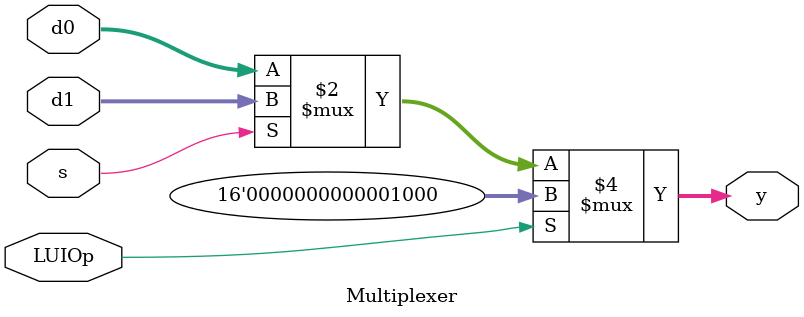
<source format=v>
/*
Decide which of the two inputs to output.
*/
module Multiplexer #(parameter WIDTH = 16) (
	input [WIDTH-1:0] d0, d1, 
	input s, LUIOp,
	output reg [WIDTH-1:0] y
);

always @(*) begin
	if (LUIOp)
		y = 16'b0000000000001000;
	else
		y = s ? d1 : d0;
end

endmodule

</source>
